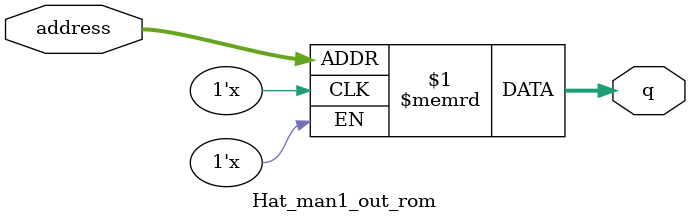
<source format=sv>
module Hat_man1_out_rom (
	input logic [12:0] address,
	output logic [3:0] q
);

logic [3:0] memory [0:4899] /* synthesis ram_init_file = "./Hat_man1_out/Hat_man1_out.mif" */;

assign q = memory[address];

endmodule

</source>
